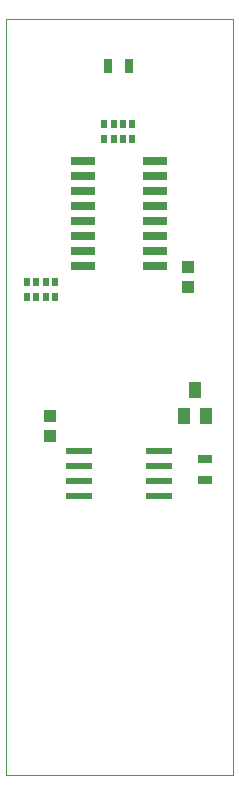
<source format=gbp>
G75*
%MOIN*%
%OFA0B0*%
%FSLAX25Y25*%
%IPPOS*%
%LPD*%
%AMOC8*
5,1,8,0,0,1.08239X$1,22.5*
%
%ADD10C,0.00000*%
%ADD11R,0.03937X0.04331*%
%ADD12R,0.08000X0.02600*%
%ADD13R,0.03937X0.05512*%
%ADD14R,0.01969X0.02559*%
%ADD15R,0.04724X0.03150*%
%ADD16R,0.03150X0.04724*%
%ADD17R,0.08700X0.02400*%
D10*
X0007386Y0001800D02*
X0007386Y0253769D01*
X0083173Y0253769D01*
X0083173Y0001800D01*
X0007386Y0001800D01*
D11*
X0022189Y0114753D03*
X0022189Y0121446D03*
X0068055Y0164398D03*
X0068055Y0171091D03*
D12*
X0057242Y0171387D03*
X0057242Y0176387D03*
X0057242Y0181387D03*
X0057242Y0186387D03*
X0057242Y0191387D03*
X0057242Y0196387D03*
X0057242Y0201387D03*
X0057242Y0206387D03*
X0033042Y0206387D03*
X0033042Y0201387D03*
X0033042Y0196387D03*
X0033042Y0191387D03*
X0033042Y0186387D03*
X0033042Y0181387D03*
X0033042Y0176387D03*
X0033042Y0171387D03*
D13*
X0066677Y0121406D03*
X0070418Y0130068D03*
X0074158Y0121406D03*
D14*
X0049630Y0213985D03*
X0049630Y0218906D03*
X0046480Y0218906D03*
X0046480Y0213985D03*
X0043331Y0213985D03*
X0043331Y0218906D03*
X0040181Y0218906D03*
X0040181Y0213985D03*
X0023882Y0166190D03*
X0023882Y0161269D03*
X0020732Y0161269D03*
X0020732Y0166190D03*
X0017583Y0166190D03*
X0017583Y0161269D03*
X0014433Y0161269D03*
X0014433Y0166190D03*
D15*
X0073961Y0107194D03*
X0073961Y0100107D03*
D16*
X0048488Y0238257D03*
X0041402Y0238257D03*
D17*
X0031863Y0109930D03*
X0031863Y0104930D03*
X0031863Y0099930D03*
X0031863Y0094930D03*
X0058363Y0094930D03*
X0058363Y0099930D03*
X0058363Y0104930D03*
X0058363Y0109930D03*
M02*

</source>
